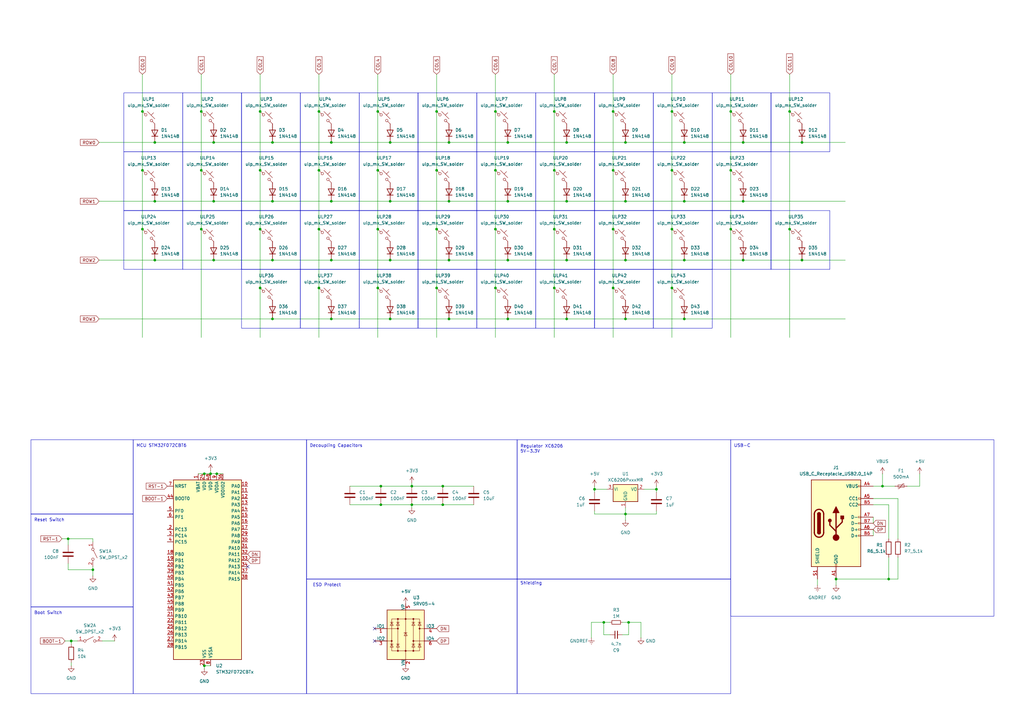
<source format=kicad_sch>
(kicad_sch (version 20250114) (generator "eeschema") (generator_version "9.0")
  (paper "A3")
  (title_block (title "Summerday"))
  (rectangle (start 99.06 62.23) (end 123.19 86.36))
  (rectangle (start 74.93 86.36) (end 99.06 110.49))
  (rectangle (start 123.19 62.23) (end 147.32 86.36))
  (rectangle (start 147.32 110.49) (end 171.45 134.62))
  (rectangle (start 99.06 110.49) (end 123.19 134.62))
  (rectangle (start 74.93 62.23) (end 99.06 86.36))
  (rectangle (start 243.84 38.1) (end 267.97 62.23))
  (rectangle (start 99.06 38.1) (end 123.19 62.23))
  (rectangle (start 292.1 38.1) (end 316.23 62.23))
  (rectangle (start 123.19 110.49) (end 147.32 134.62))
  (rectangle (start 316.23 86.36) (end 340.36 110.49))
  (rectangle (start 195.58 110.49) (end 219.71 134.62))
  (rectangle (start 219.71 38.1) (end 243.84 62.23))
  (rectangle (start 299.72 180.34) (end 407.67 252.73))
  (rectangle (start 74.93 38.1) (end 99.06 62.23))
  (rectangle (start 243.84 62.23) (end 267.97 86.36))
  (rectangle (start 50.8 86.36) (end 74.93 110.49))
  (rectangle (start 219.71 110.49) (end 243.84 134.62))
  (rectangle (start 243.84 86.36) (end 267.97 110.49))
  (rectangle (start 12.7 210.82) (end 54.61 248.92))
  (rectangle (start 171.45 62.23) (end 195.58 86.36))
  (rectangle (start 267.97 38.1) (end 292.1 62.23))
  (rectangle (start 125.73 180.34) (end 212.09 237.49))
  (rectangle (start 195.58 62.23) (end 219.71 86.36))
  (rectangle (start 12.7 180.34) (end 54.61 210.82))
  (rectangle (start 125.73 237.49) (end 212.09 284.48))
  (rectangle (start 99.06 86.36) (end 123.19 110.49))
  (rectangle (start 171.45 110.49) (end 195.58 134.62))
  (rectangle (start 12.7 248.92) (end 54.61 284.48))
  (rectangle (start 171.45 86.36) (end 195.58 110.49))
  (rectangle (start 243.84 110.49) (end 267.97 134.62))
  (rectangle (start 212.09 237.49) (end 299.72 284.48))
  (rectangle (start 292.1 86.36) (end 316.23 110.49))
  (rectangle (start 50.8 62.23) (end 74.93 86.36))
  (rectangle (start 219.71 62.23) (end 243.84 86.36))
  (rectangle (start 195.58 38.1) (end 219.71 62.23))
  (rectangle (start 316.23 38.1) (end 340.36 62.23))
  (rectangle (start 171.45 38.1) (end 195.58 62.23))
  (rectangle (start 219.71 86.36) (end 243.84 110.49))
  (rectangle (start 123.19 86.36) (end 147.32 110.49))
  (rectangle (start 212.09 180.34) (end 299.72 237.49))
  (rectangle (start 267.97 86.36) (end 292.1 110.49))
  (rectangle (start 267.97 62.23) (end 292.1 86.36))
  (rectangle (start 292.1 62.23) (end 316.23 86.36))
  (rectangle (start 147.32 38.1) (end 171.45 62.23))
  (rectangle (start 147.32 86.36) (end 171.45 110.49))
  (rectangle (start 50.8 38.1) (end 74.93 62.23))
  (rectangle (start 123.19 38.1) (end 147.32 62.23))
  (rectangle (start 267.97 110.49) (end 292.1 134.62))
  (rectangle (start 54.61 180.34) (end 125.73 284.48))
  (rectangle (start 195.58 86.36) (end 219.71 110.49))
  (rectangle (start 147.32 62.23) (end 171.45 86.36))
  (text "USB-C" (at 300.99 182.88 0) (effects (font (size 1.27 1.27)) (justify left)))
  (text "Reset Switch\n" (at 13.97 213.36 0) (effects (font (size 1.27 1.27)) (justify left)))
  (text "Decoupling Capacitors\n" (at 127 182.88 0) (effects (font (size 1.27 1.27)) (justify left)))
  (text "Regulator XC6206\n5V-3.3V\n" (at 213.36 184.15 0) (effects (font (size 1.27 1.27)) (justify left)))
  (text "Shielding\n" (at 213.36 240.03 0) (effects (font (size 1.27 1.27)) (justify left bottom)))
  (text "ESD Protect" (at 128.27 240.03 0) (effects (font (size 1.27 1.27)) (justify left)))
  (text "Boot Switch\n" (at 13.97 251.46 0) (effects (font (size 1.27 1.27)) (justify left)))
  (text "MCU STM32F072CBT6" (at 55.88 182.88 0) (effects (font (size 1.27 1.27)) (justify left)))
  (junction (at 275.59 45.72))
  (junction (at 181.61 207.01))
  (junction (at 86.36 194.31))
  (junction (at 58.42 69.85))
  (junction (at 154.94 69.85))
  (junction (at 38.1 233.68))
  (junction (at 181.61 199.39))
  (junction (at 179.07 45.72))
  (junction (at 247.65 255.27))
  (junction (at 184.15 82.55))
  (junction (at 208.28 130.81))
  (junction (at 243.84 200.66))
  (junction (at 208.28 106.68))
  (junction (at 342.9 237.49))
  (junction (at 232.41 130.81))
  (junction (at 106.68 45.72))
  (junction (at 251.46 45.72))
  (junction (at 208.28 82.55))
  (junction (at 227.33 45.72))
  (junction (at 256.54 82.55))
  (junction (at 156.21 207.01))
  (junction (at 179.07 69.85))
  (junction (at 323.85 45.72))
  (junction (at 184.15 130.81))
  (junction (at 299.72 93.98))
  (junction (at 203.2 45.72))
  (junction (at 280.67 130.81))
  (junction (at 184.15 58.42))
  (junction (at 299.72 69.85))
  (junction (at 227.33 69.85))
  (junction (at 203.2 93.98))
  (junction (at 160.02 82.55))
  (junction (at 251.46 118.11))
  (junction (at 364.49 237.49))
  (junction (at 256.54 130.81))
  (junction (at 82.55 93.98))
  (junction (at 130.81 93.98))
  (junction (at 63.5 82.55))
  (junction (at 328.93 106.68))
  (junction (at 83.82 194.31))
  (junction (at 299.72 45.72))
  (junction (at 168.91 207.01))
  (junction (at 227.33 118.11))
  (junction (at 203.2 118.11))
  (junction (at 256.54 106.68))
  (junction (at 168.91 199.39))
  (junction (at 63.5 106.68))
  (junction (at 232.41 82.55))
  (junction (at 130.81 45.72))
  (junction (at 275.59 93.98))
  (junction (at 280.67 82.55))
  (junction (at 135.89 58.42))
  (junction (at 275.59 69.85))
  (junction (at 87.63 82.55))
  (junction (at 82.55 45.72))
  (junction (at 156.21 199.39))
  (junction (at 275.59 118.11))
  (junction (at 160.02 58.42))
  (junction (at 58.42 93.98))
  (junction (at 232.41 58.42))
  (junction (at 87.63 106.68))
  (junction (at 280.67 106.68))
  (junction (at 63.5 58.42))
  (junction (at 154.94 93.98))
  (junction (at 203.2 69.85))
  (junction (at 87.63 58.42))
  (junction (at 269.24 200.66))
  (junction (at 361.95 199.39))
  (junction (at 256.54 58.42))
  (junction (at 179.07 118.11))
  (junction (at 106.68 93.98))
  (junction (at 160.02 106.68))
  (junction (at 256.54 210.82))
  (junction (at 82.55 69.85))
  (junction (at 154.94 45.72))
  (junction (at 130.81 69.85))
  (junction (at 106.68 69.85))
  (junction (at 111.76 130.81))
  (junction (at 184.15 106.68))
  (junction (at 88.9 194.31))
  (junction (at 58.42 45.72))
  (junction (at 29.21 262.89))
  (junction (at 304.8 106.68))
  (junction (at 111.76 106.68))
  (junction (at 111.76 82.55))
  (junction (at 111.76 58.42))
  (junction (at 135.89 106.68))
  (junction (at 106.68 118.11))
  (junction (at 304.8 58.42))
  (junction (at 280.67 58.42))
  (junction (at 179.07 93.98))
  (junction (at 251.46 69.85))
  (junction (at 208.28 58.42))
  (junction (at 232.41 106.68))
  (junction (at 323.85 93.98))
  (junction (at 27.94 220.98))
  (junction (at 135.89 130.81))
  (junction (at 83.82 273.05))
  (junction (at 328.93 58.42))
  (junction (at 257.81 255.27))
  (junction (at 130.81 118.11))
  (junction (at 160.02 130.81))
  (junction (at 304.8 82.55))
  (junction (at 227.33 93.98))
  (junction (at 135.89 82.55))
  (junction (at 154.94 118.11))
  (junction (at 251.46 93.98))
  (no_connect (at 153.67 262.89))
  (no_connect (at 101.6 232.41))
  (no_connect (at 153.67 257.81))
  (wire (pts (xy 38.1 220.98) (xy 38.1 222.25)))
  (wire (pts (xy 304.8 58.42) (xy 328.93 58.42)))
  (wire (pts (xy 328.93 106.68) (xy 346.71 106.68)))
  (wire (pts (xy 111.76 106.68) (xy 135.89 106.68)))
  (wire (pts (xy 232.41 130.81) (xy 256.54 130.81)))
  (wire (pts (xy 304.8 106.68) (xy 328.93 106.68)))
  (wire (pts (xy 275.59 69.85) (xy 275.59 93.98)))
  (wire (pts (xy 106.68 69.85) (xy 106.68 93.98)))
  (wire (pts (xy 81.28 194.31) (xy 83.82 194.31)))
  (wire (pts (xy 29.21 262.89) (xy 31.75 262.89)))
  (wire (pts (xy 143.51 207.01) (xy 156.21 207.01)))
  (wire (pts (xy 232.41 58.42) (xy 256.54 58.42)))
  (wire (pts (xy 361.95 194.31) (xy 361.95 199.39)))
  (wire (pts (xy 269.24 209.55) (xy 269.24 210.82)))
  (wire (pts (xy 111.76 58.42) (xy 135.89 58.42)))
  (wire (pts (xy 247.65 255.27) (xy 250.19 255.27)))
  (wire (pts (xy 299.72 45.72) (xy 299.72 69.85)))
  (wire (pts (xy 323.85 93.98) (xy 323.85 138.43)))
  (wire (pts (xy 106.68 93.98) (xy 106.68 118.11)))
  (wire (pts (xy 106.68 45.72) (xy 106.68 69.85)))
  (wire (pts (xy 304.8 82.55) (xy 346.71 82.55)))
  (wire (pts (xy 181.61 207.01) (xy 194.31 207.01)))
  (wire (pts (xy 87.63 58.42) (xy 111.76 58.42)))
  (wire (pts (xy 179.07 69.85) (xy 179.07 93.98)))
  (wire (pts (xy 58.42 93.98) (xy 58.42 138.43)))
  (wire (pts (xy 168.91 207.01) (xy 168.91 208.28)))
  (wire (pts (xy 342.9 237.49) (xy 364.49 237.49)))
  (wire (pts (xy 251.46 30.48) (xy 251.46 45.72)))
  (wire (pts (xy 257.81 255.27) (xy 257.81 260.35)))
  (wire (pts (xy 58.42 69.85) (xy 58.42 93.98)))
  (wire (pts (xy 82.55 45.72) (xy 82.55 69.85)))
  (wire (pts (xy 181.61 199.39) (xy 194.31 199.39)))
  (wire (pts (xy 156.21 207.01) (xy 168.91 207.01)))
  (wire (pts (xy 135.89 106.68) (xy 160.02 106.68)))
  (wire (pts (xy 275.59 118.11) (xy 275.59 138.43)))
  (wire (pts (xy 40.64 106.68) (xy 63.5 106.68)))
  (wire (pts (xy 40.64 58.42) (xy 63.5 58.42)))
  (wire (pts (xy 27.94 220.98) (xy 38.1 220.98)))
  (wire (pts (xy 358.14 199.39) (xy 361.95 199.39)))
  (wire (pts (xy 130.81 69.85) (xy 130.81 93.98)))
  (wire (pts (xy 130.81 93.98) (xy 130.81 118.11)))
  (wire (pts (xy 168.91 199.39) (xy 181.61 199.39)))
  (wire (pts (xy 275.59 93.98) (xy 275.59 118.11)))
  (wire (pts (xy 280.67 130.81) (xy 346.71 130.81)))
  (wire (pts (xy 154.94 118.11) (xy 154.94 138.43)))
  (wire (pts (xy 203.2 69.85) (xy 203.2 93.98)))
  (wire (pts (xy 208.28 58.42) (xy 232.41 58.42)))
  (wire (pts (xy 368.3 228.6) (xy 368.3 237.49)))
  (wire (pts (xy 130.81 30.48) (xy 130.81 45.72)))
  (wire (pts (xy 275.59 45.72) (xy 275.59 69.85)))
  (wire (pts (xy 156.21 199.39) (xy 168.91 199.39)))
  (wire (pts (xy 38.1 233.68) (xy 38.1 236.22)))
  (wire (pts (xy 256.54 208.28) (xy 256.54 210.82)))
  (wire (pts (xy 184.15 130.81) (xy 208.28 130.81)))
  (wire (pts (xy 251.46 45.72) (xy 251.46 69.85)))
  (wire (pts (xy 262.89 261.62) (xy 262.89 255.27)))
  (wire (pts (xy 256.54 106.68) (xy 280.67 106.68)))
  (wire (pts (xy 25.4 220.98) (xy 27.94 220.98)))
  (wire (pts (xy 154.94 93.98) (xy 154.94 118.11)))
  (wire (pts (xy 323.85 45.72) (xy 323.85 93.98)))
  (wire (pts (xy 227.33 69.85) (xy 227.33 93.98)))
  (wire (pts (xy 130.81 118.11) (xy 130.81 138.43)))
  (wire (pts (xy 184.15 106.68) (xy 208.28 106.68)))
  (wire (pts (xy 299.72 30.48) (xy 299.72 45.72)))
  (wire (pts (xy 227.33 45.72) (xy 227.33 69.85)))
  (wire (pts (xy 168.91 198.12) (xy 168.91 199.39)))
  (wire (pts (xy 63.5 82.55) (xy 87.63 82.55)))
  (wire (pts (xy 262.89 255.27) (xy 257.81 255.27)))
  (wire (pts (xy 135.89 82.55) (xy 160.02 82.55)))
  (wire (pts (xy 243.84 210.82) (xy 256.54 210.82)))
  (wire (pts (xy 227.33 118.11) (xy 227.33 138.43)))
  (wire (pts (xy 299.72 93.98) (xy 299.72 138.43)))
  (wire (pts (xy 358.14 217.17) (xy 358.14 219.71)))
  (wire (pts (xy 269.24 200.66) (xy 269.24 201.93)))
  (wire (pts (xy 248.92 200.66) (xy 243.84 200.66)))
  (wire (pts (xy 143.51 199.39) (xy 156.21 199.39)))
  (wire (pts (xy 256.54 210.82) (xy 269.24 210.82)))
  (wire (pts (xy 364.49 207.01) (xy 364.49 220.98)))
  (wire (pts (xy 160.02 82.55) (xy 184.15 82.55)))
  (wire (pts (xy 26.67 262.89) (xy 29.21 262.89)))
  (wire (pts (xy 168.91 207.01) (xy 181.61 207.01)))
  (wire (pts (xy 179.07 45.72) (xy 179.07 69.85)))
  (wire (pts (xy 208.28 130.81) (xy 232.41 130.81)))
  (wire (pts (xy 88.9 194.31) (xy 91.44 194.31)))
  (wire (pts (xy 203.2 118.11) (xy 203.2 138.43)))
  (wire (pts (xy 377.19 194.31) (xy 377.19 199.39)))
  (wire (pts (xy 243.84 199.39) (xy 243.84 200.66)))
  (wire (pts (xy 160.02 58.42) (xy 184.15 58.42)))
  (wire (pts (xy 247.65 255.27) (xy 247.65 260.35)))
  (wire (pts (xy 130.81 45.72) (xy 130.81 69.85)))
  (wire (pts (xy 179.07 118.11) (xy 179.07 138.43)))
  (wire (pts (xy 299.72 69.85) (xy 299.72 93.98)))
  (wire (pts (xy 257.81 255.27) (xy 255.27 255.27)))
  (wire (pts (xy 251.46 118.11) (xy 251.46 138.43)))
  (wire (pts (xy 83.82 194.31) (xy 86.36 194.31)))
  (wire (pts (xy 179.07 93.98) (xy 179.07 118.11)))
  (wire (pts (xy 364.49 228.6) (xy 364.49 237.49)))
  (wire (pts (xy 29.21 262.89) (xy 29.21 264.16)))
  (wire (pts (xy 358.14 212.09) (xy 358.14 214.63)))
  (wire (pts (xy 86.36 193.04) (xy 86.36 194.31)))
  (wire (pts (xy 256.54 210.82) (xy 256.54 213.36)))
  (wire (pts (xy 82.55 30.48) (xy 82.55 45.72)))
  (wire (pts (xy 82.55 93.98) (xy 82.55 138.43)))
  (wire (pts (xy 242.57 255.27) (xy 247.65 255.27)))
  (wire (pts (xy 280.67 58.42) (xy 304.8 58.42)))
  (wire (pts (xy 154.94 45.72) (xy 154.94 69.85)))
  (wire (pts (xy 358.14 204.47) (xy 368.3 204.47)))
  (wire (pts (xy 280.67 106.68) (xy 304.8 106.68)))
  (wire (pts (xy 227.33 30.48) (xy 227.33 45.72)))
  (wire (pts (xy 27.94 220.98) (xy 27.94 223.52)))
  (wire (pts (xy 328.93 58.42) (xy 346.71 58.42)))
  (wire (pts (xy 58.42 30.48) (xy 58.42 45.72)))
  (wire (pts (xy 86.36 194.31) (xy 88.9 194.31)))
  (wire (pts (xy 335.28 240.03) (xy 335.28 237.49)))
  (wire (pts (xy 27.94 231.14) (xy 27.94 233.68)))
  (wire (pts (xy 63.5 58.42) (xy 87.63 58.42)))
  (wire (pts (xy 227.33 93.98) (xy 227.33 118.11)))
  (wire (pts (xy 251.46 69.85) (xy 251.46 93.98)))
  (wire (pts (xy 160.02 106.68) (xy 184.15 106.68)))
  (wire (pts (xy 251.46 93.98) (xy 251.46 118.11)))
  (wire (pts (xy 135.89 58.42) (xy 160.02 58.42)))
  (wire (pts (xy 243.84 200.66) (xy 243.84 201.93)))
  (wire (pts (xy 135.89 130.81) (xy 160.02 130.81)))
  (wire (pts (xy 256.54 58.42) (xy 280.67 58.42)))
  (wire (pts (xy 111.76 82.55) (xy 135.89 82.55)))
  (wire (pts (xy 160.02 130.81) (xy 184.15 130.81)))
  (wire (pts (xy 247.65 260.35) (xy 250.19 260.35)))
  (wire (pts (xy 323.85 30.48) (xy 323.85 45.72)))
  (wire (pts (xy 358.14 207.01) (xy 364.49 207.01)))
  (wire (pts (xy 257.81 260.35) (xy 255.27 260.35)))
  (wire (pts (xy 38.1 233.68) (xy 38.1 232.41)))
  (wire (pts (xy 232.41 106.68) (xy 256.54 106.68)))
  (wire (pts (xy 29.21 271.78) (xy 29.21 273.05)))
  (wire (pts (xy 40.64 82.55) (xy 63.5 82.55)))
  (wire (pts (xy 179.07 30.48) (xy 179.07 45.72)))
  (wire (pts (xy 256.54 82.55) (xy 280.67 82.55)))
  (wire (pts (xy 208.28 82.55) (xy 232.41 82.55)))
  (wire (pts (xy 184.15 58.42) (xy 208.28 58.42)))
  (wire (pts (xy 208.28 106.68) (xy 232.41 106.68)))
  (wire (pts (xy 87.63 106.68) (xy 111.76 106.68)))
  (wire (pts (xy 83.82 273.05) (xy 86.36 273.05)))
  (wire (pts (xy 256.54 130.81) (xy 280.67 130.81)))
  (wire (pts (xy 242.57 261.62) (xy 242.57 255.27)))
  (wire (pts (xy 361.95 199.39) (xy 367.03 199.39)))
  (wire (pts (xy 342.9 240.03) (xy 342.9 237.49)))
  (wire (pts (xy 106.68 30.48) (xy 106.68 45.72)))
  (wire (pts (xy 58.42 45.72) (xy 58.42 69.85)))
  (wire (pts (xy 106.68 118.11) (xy 106.68 138.43)))
  (wire (pts (xy 203.2 93.98) (xy 203.2 118.11)))
  (wire (pts (xy 63.5 106.68) (xy 87.63 106.68)))
  (wire (pts (xy 368.3 204.47) (xy 368.3 220.98)))
  (wire (pts (xy 83.82 273.05) (xy 83.82 274.32)))
  (wire (pts (xy 154.94 69.85) (xy 154.94 93.98)))
  (wire (pts (xy 27.94 233.68) (xy 38.1 233.68)))
  (wire (pts (xy 40.64 130.81) (xy 111.76 130.81)))
  (wire (pts (xy 87.63 82.55) (xy 111.76 82.55)))
  (wire (pts (xy 232.41 82.55) (xy 256.54 82.55)))
  (wire (pts (xy 154.94 30.48) (xy 154.94 45.72)))
  (wire (pts (xy 264.16 200.66) (xy 269.24 200.66)))
  (wire (pts (xy 269.24 199.39) (xy 269.24 200.66)))
  (wire (pts (xy 111.76 130.81) (xy 135.89 130.81)))
  (wire (pts (xy 280.67 82.55) (xy 304.8 82.55)))
  (wire (pts (xy 364.49 237.49) (xy 368.3 237.49)))
  (wire (pts (xy 243.84 209.55) (xy 243.84 210.82)))
  (wire (pts (xy 184.15 82.55) (xy 208.28 82.55)))
  (wire (pts (xy 203.2 45.72) (xy 203.2 69.85)))
  (wire (pts (xy 372.11 199.39) (xy 377.19 199.39)))
  (wire (pts (xy 203.2 30.48) (xy 203.2 45.72)))
  (wire (pts (xy 41.91 262.89) (xy 46.99 262.89)))
  (wire (pts (xy 82.55 69.85) (xy 82.55 93.98)))
  (wire (pts (xy 275.59 30.48) (xy 275.59 45.72)))
  (global_label "COL0" (shape input) (at 58.42 30.48 90) (property "Intersheetrefs" "${INTERSHEET_REFS}" (effects (hide yes))))
  (global_label "COL10" (shape input) (at 299.72 30.48 90) (property "Intersheetrefs" "${INTERSHEET_REFS}" (effects (hide yes))))
  (global_label "RST-1" (shape input) (at 68.58 199.39 180) (property "Intersheetrefs" "${INTERSHEET_REFS}" (effects (hide yes))))
  (global_label "COL1" (shape input) (at 82.55 30.48 90) (property "Intersheetrefs" "${INTERSHEET_REFS}" (effects (hide yes))))
  (global_label "COL4" (shape input) (at 154.94 30.48 90) (property "Intersheetrefs" "${INTERSHEET_REFS}" (effects (hide yes))))
  (global_label "BOOT-1" (shape input) (at 68.58 204.47 180) (property "Intersheetrefs" "${INTERSHEET_REFS}" (effects (hide yes))))
  (global_label "RST-1" (shape input) (at 25.4 220.98 180) (property "Intersheetrefs" "${INTERSHEET_REFS}" (effects (hide yes))))
  (global_label "COL8" (shape input) (at 251.46 30.48 90) (property "Intersheetrefs" "${INTERSHEET_REFS}" (effects (hide yes))))
  (global_label "ROW1" (shape input) (at 40.64 82.55 180) (property "Intersheetrefs" "${INTERSHEET_REFS}" (effects (hide yes))))
  (global_label "COL5" (shape input) (at 179.07 30.48 90) (property "Intersheetrefs" "${INTERSHEET_REFS}" (effects (hide yes))))
  (global_label "ROW0" (shape input) (at 40.64 58.42 180) (property "Intersheetrefs" "${INTERSHEET_REFS}" (effects (hide yes))))
  (global_label "DP" (shape input) (at 358.14 217.17 0) (property "Intersheetrefs" "${INTERSHEET_REFS}" (effects (hide yes))))
  (global_label "COL2" (shape input) (at 106.68 30.48 90) (property "Intersheetrefs" "${INTERSHEET_REFS}" (effects (hide yes))))
  (global_label "ROW2" (shape input) (at 40.64 106.68 180) (property "Intersheetrefs" "${INTERSHEET_REFS}" (effects (hide yes))))
  (global_label "COL9" (shape input) (at 275.59 30.48 90) (property "Intersheetrefs" "${INTERSHEET_REFS}" (effects (hide yes))))
  (global_label "COL3" (shape input) (at 130.81 30.48 90) (property "Intersheetrefs" "${INTERSHEET_REFS}" (effects (hide yes))))
  (global_label "DN" (shape input) (at 358.14 214.63 0) (property "Intersheetrefs" "${INTERSHEET_REFS}" (effects (hide yes))))
  (global_label "DN" (shape input) (at 101.6 227.33 0) (property "Intersheetrefs" "${INTERSHEET_REFS}" (effects (hide yes))))
  (global_label "DP" (shape input) (at 101.6 229.87 0) (property "Intersheetrefs" "${INTERSHEET_REFS}" (effects (hide yes))))
  (global_label "ROW3" (shape input) (at 40.64 130.81 180) (property "Intersheetrefs" "${INTERSHEET_REFS}" (effects (hide yes))))
  (global_label "DN" (shape input) (at 179.07 257.81 0) (property "Intersheetrefs" "${INTERSHEET_REFS}" (effects (hide yes))))
  (global_label "BOOT-1" (shape input) (at 26.67 262.89 180) (property "Intersheetrefs" "${INTERSHEET_REFS}" (effects (hide yes))))
  (global_label "COL7" (shape input) (at 227.33 30.48 90) (property "Intersheetrefs" "${INTERSHEET_REFS}" (effects (hide yes))))
  (global_label "DP" (shape input) (at 179.07 262.89 0) (property "Intersheetrefs" "${INTERSHEET_REFS}" (effects (hide yes))))
  (global_label "COL6" (shape input) (at 203.2 30.48 90) (property "Intersheetrefs" "${INTERSHEET_REFS}" (effects (hide yes))))
  (global_label "COL11" (shape input) (at 323.85 30.48 90) (property "Intersheetrefs" "${INTERSHEET_REFS}" (effects (hide yes))))
  (symbol (lib_id "Device:D") (at 280.67 102.87 90) (unit 1)
    (property "Reference" "D33" (at 283.21 101.5999 90) (effects (justify right)))
    (property "Value" "1N4148" (at 283.21 104.1399 90) (effects (justify right)))
    (property "Footprint" "Diode_SMD:D_SOD-323" (effects (hide yes)))
    (property "Description" "Diode" (effects (hide yes)))
    (property "Sim.Device" "D" (effects (hide yes)))
    (property "Sim.Pins" "1=K 2=A" (effects (hide yes)))
  )
  (symbol (lib_id "Device:D") (at 232.41 127 90) (unit 1)
    (property "Reference" "D41" (at 234.95 125.7299 90) (effects (justify right)))
    (property "Value" "1N4148" (at 234.95 128.2699 90) (effects (justify right)))
    (property "Footprint" "Diode_SMD:D_SOD-323" (effects (hide yes)))
    (property "Description" "Diode" (effects (hide yes)))
    (property "Sim.Device" "D" (effects (hide yes)))
    (property "Sim.Pins" "1=K 2=A" (effects (hide yes)))
  )
  (symbol (lib_id "power:GND") (at 166.37 273.05 0) (unit 1)
    (property "Reference" "#PWR016" (effects (hide yes)))
    (property "Value" "GND" (at 166.37 278.13 0))
    (property "Description" "Power symbol creates a global label with name \"GND\" , ground" (effects (hide yes)))
  )
  (symbol (lib_id "Device:C") (at 143.51 203.2 0) (unit 1)
    (property "Reference" "C1" (at 147.32 201.9299 0) (effects (justify left)))
    (property "Value" "100nF" (at 147.32 204.4699 0) (effects (justify left)))
    (property "Footprint" "Capacitor_SMD:C_0402_1005Metric" (effects (hide yes)))
    (property "Description" "Unpolarized capacitor" (effects (hide yes)))
  )
  (symbol (lib_id "Device:D") (at 160.02 54.61 90) (unit 1)
    (property "Reference" "D5" (at 162.56 53.3399 90) (effects (justify right)))
    (property "Value" "1N4148" (at 162.56 55.8799 90) (effects (justify right)))
    (property "Footprint" "Diode_SMD:D_SOD-323" (effects (hide yes)))
    (property "Description" "Diode" (effects (hide yes)))
    (property "Sim.Device" "D" (effects (hide yes)))
    (property "Sim.Pins" "1=K 2=A" (effects (hide yes)))
  )
  (symbol (lib_id "Device:D") (at 63.5 54.61 90) (unit 1)
    (property "Reference" "D1" (at 66.04 53.3399 90) (effects (justify right)))
    (property "Value" "1N4148" (at 66.04 55.8799 90) (effects (justify right)))
    (property "Footprint" "Diode_SMD:D_SOD-323" (effects (hide yes)))
    (property "Description" "Diode" (effects (hide yes)))
    (property "Sim.Device" "D" (effects (hide yes)))
    (property "Sim.Pins" "1=K 2=A" (effects (hide yes)))
  )
  (symbol (lib_id "Device:D") (at 328.93 102.87 90) (unit 1)
    (property "Reference" "D35" (at 331.47 101.5999 90) (effects (justify right)))
    (property "Value" "1N4148" (at 331.47 104.1399 90) (effects (justify right)))
    (property "Footprint" "Diode_SMD:D_SOD-323" (effects (hide yes)))
    (property "Description" "Diode" (effects (hide yes)))
    (property "Sim.Device" "D" (effects (hide yes)))
    (property "Sim.Pins" "1=K 2=A" (effects (hide yes)))
  )
  (symbol (lib_id "MCU_ST_STM32F0:STM32F072CBTx") (at 83.82 234.95 0) (unit 1)
    (property "Reference" "U2" (at 88.5541 273.05 0) (effects (justify left)))
    (property "Value" "STM32F072CBTx" (at 88.5541 275.59 0) (effects (justify left)))
    (property "Footprint" "Package_QFP:LQFP-48_7x7mm_P0.5mm" (effects (hide yes)))
    (property "Datasheet" "https://www.st.com/resource/en/datasheet/stm32f072cb.pdf" (effects (hide yes)))
    (property "Description" "STMicroelectronics Arm Cortex-M0 MCU, 128KB flash, 16KB RAM, 48 MHz, 2.0-3.6V, 37 GPIO, LQFP48" (effects (hide yes)))
    (property "MPN" "C81720" (effects (hide yes)))
  )
  (symbol (lib_id "PCM_marbastlib-choc:choc_v1_SW_solder") (at 254 72.39 0) (unit 1)
    (property "Reference" "ULP21" (at 254 64.77 0))
    (property "Value" "ulp_mx_SW_solder" (at 254 67.31 0))
    (property "Footprint" "My-Fi Footprints:SW_MX_ULP_1u_Plate" (effects (hide yes)))
    (property "Description" "Push button switch, normally open, two pins, 45° tilted" (effects (hide yes)))
  )
  (symbol (lib_id "Device:C_Small") (at 252.73 260.35 90) (unit 1)
    (property "Reference" "C9" (at 252.73 266.7 90))
    (property "Value" "4.7n" (at 252.73 264.16 90))
    (property "Footprint" "Capacitor_SMD:C_0402_1005Metric" (effects (hide yes)))
  )
  (symbol (lib_id "Device:D") (at 256.54 54.61 90) (unit 1)
    (property "Reference" "D9" (at 259.08 53.3399 90) (effects (justify right)))
    (property "Value" "1N4148" (at 259.08 55.8799 90) (effects (justify right)))
    (property "Footprint" "Diode_SMD:D_SOD-323" (effects (hide yes)))
    (property "Description" "Diode" (effects (hide yes)))
    (property "Sim.Device" "D" (effects (hide yes)))
    (property "Sim.Pins" "1=K 2=A" (effects (hide yes)))
  )
  (symbol (lib_id "Device:D") (at 111.76 54.61 90) (unit 1)
    (property "Reference" "D3" (at 114.3 53.3399 90) (effects (justify right)))
    (property "Value" "1N4148" (at 114.3 55.8799 90) (effects (justify right)))
    (property "Footprint" "Diode_SMD:D_SOD-323" (effects (hide yes)))
    (property "Description" "Diode" (effects (hide yes)))
    (property "Sim.Device" "D" (effects (hide yes)))
    (property "Sim.Pins" "1=K 2=A" (effects (hide yes)))
  )
  (symbol (lib_id "Device:D") (at 256.54 127 90) (unit 1)
    (property "Reference" "D42" (at 259.08 125.7299 90) (effects (justify right)))
    (property "Value" "1N4148" (at 259.08 128.2699 90) (effects (justify right)))
    (property "Footprint" "Diode_SMD:D_SOD-323" (effects (hide yes)))
    (property "Description" "Diode" (effects (hide yes)))
    (property "Sim.Device" "D" (effects (hide yes)))
    (property "Sim.Pins" "1=K 2=A" (effects (hide yes)))
  )
  (symbol (lib_id "Device:D") (at 304.8 54.61 90) (unit 1)
    (property "Reference" "D11" (at 307.34 53.3399 90) (effects (justify right)))
    (property "Value" "1N4148" (at 307.34 55.8799 90) (effects (justify right)))
    (property "Footprint" "Diode_SMD:D_SOD-323" (effects (hide yes)))
    (property "Description" "Diode" (effects (hide yes)))
    (property "Sim.Device" "D" (effects (hide yes)))
    (property "Sim.Pins" "1=K 2=A" (effects (hide yes)))
  )
  (symbol (lib_id "power:GNDREF") (at 242.57 261.62 0) (unit 1)
    (property "Reference" "#PWR012" (effects (hide yes)))
    (property "Value" "GNDREF" (at 233.68 262.89 0) (effects (justify left)))
  )
  (symbol (lib_id "power:+5V") (at 166.37 247.65 0) (unit 1)
    (property "Reference" "#PWR011" (effects (hide yes)))
    (property "Value" "+5V" (at 166.37 242.57 0))
    (property "Description" "Power symbol creates a global label with name \"+5V\"" (effects (hide yes)))
  )
  (symbol (lib_id "Device:D") (at 184.15 54.61 90) (unit 1)
    (property "Reference" "D6" (at 186.69 53.3399 90) (effects (justify right)))
    (property "Value" "1N4148" (at 186.69 55.8799 90) (effects (justify right)))
    (property "Footprint" "Diode_SMD:D_SOD-323" (effects (hide yes)))
    (property "Description" "Diode" (effects (hide yes)))
    (property "Sim.Device" "D" (effects (hide yes)))
    (property "Sim.Pins" "1=K 2=A" (effects (hide yes)))
  )
  (symbol (lib_id "Device:R") (at 29.21 267.97 0) (unit 1)
    (property "Reference" "R4" (at 31.75 266.6999 0) (effects (justify left)))
    (property "Value" "10k" (at 31.75 269.2399 0) (effects (justify left)))
    (property "Footprint" "Resistor_SMD:R_0402_1005Metric" (effects (hide yes)))
    (property "Description" "Resistor" (effects (hide yes)))
  )
  (symbol (lib_id "PCM_marbastlib-choc:choc_v1_SW_solder") (at 205.74 120.65 0) (unit 1)
    (property "Reference" "ULP40" (at 205.74 113.03 0))
    (property "Value" "ulp_mx_SW_solder" (at 205.74 115.57 0))
    (property "Footprint" "My-Fi Footprints:SW_MX_ULP_1u_Plate" (effects (hide yes)))
    (property "Description" "Push button switch, normally open, two pins, 45° tilted" (effects (hide yes)))
  )
  (symbol (lib_id "power:GND") (at 29.21 273.05 0) (unit 1)
    (property "Reference" "#PWR015" (effects (hide yes)))
    (property "Value" "GND" (at 29.21 278.13 0))
    (property "Description" "Power symbol creates a global label with name \"GND\" , ground" (effects (hide yes)))
  )
  (symbol (lib_id "Device:D") (at 111.76 78.74 90) (unit 1)
    (property "Reference" "D15" (at 114.3 77.4699 90) (effects (justify right)))
    (property "Value" "1N4148" (at 114.3 80.0099 90) (effects (justify right)))
    (property "Footprint" "Diode_SMD:D_SOD-323" (effects (hide yes)))
    (property "Description" "Diode" (effects (hide yes)))
    (property "Sim.Device" "D" (effects (hide yes)))
    (property "Sim.Pins" "1=K 2=A" (effects (hide yes)))
  )
  (symbol (lib_id "PCM_marbastlib-choc:choc_v1_SW_solder") (at 229.87 120.65 0) (unit 1)
    (property "Reference" "ULP41" (at 229.87 113.03 0))
    (property "Value" "ulp_mx_SW_solder" (at 229.87 115.57 0))
    (property "Footprint" "My-Fi Footprints:SW_MX_ULP_1u_Plate" (effects (hide yes)))
    (property "Description" "Push button switch, normally open, two pins, 45° tilted" (effects (hide yes)))
  )
  (symbol (lib_id "Device:D") (at 160.02 78.74 90) (unit 1)
    (property "Reference" "D17" (at 162.56 77.4699 90) (effects (justify right)))
    (property "Value" "1N4148" (at 162.56 80.0099 90) (effects (justify right)))
    (property "Footprint" "Diode_SMD:D_SOD-323" (effects (hide yes)))
    (property "Description" "Diode" (effects (hide yes)))
    (property "Sim.Device" "D" (effects (hide yes)))
    (property "Sim.Pins" "1=K 2=A" (effects (hide yes)))
  )
  (symbol (lib_id "power:GND") (at 38.1 236.22 0) (unit 1)
    (property "Reference" "#PWR09" (effects (hide yes)))
    (property "Value" "GND" (at 38.1 241.3 0))
    (property "Description" "Power symbol creates a global label with name \"GND\" , ground" (effects (hide yes)))
  )
  (symbol (lib_id "Device:D") (at 160.02 127 90) (unit 1)
    (property "Reference" "D38" (at 162.56 125.7299 90) (effects (justify right)))
    (property "Value" "1N4148" (at 162.56 128.2699 90) (effects (justify right)))
    (property "Footprint" "Diode_SMD:D_SOD-323" (effects (hide yes)))
    (property "Description" "Diode" (effects (hide yes)))
    (property "Sim.Device" "D" (effects (hide yes)))
    (property "Sim.Pins" "1=K 2=A" (effects (hide yes)))
  )
  (symbol (lib_id "PCM_marbastlib-choc:choc_v1_SW_solder") (at 60.96 72.39 0) (unit 1)
    (property "Reference" "ULP13" (at 60.96 64.77 0))
    (property "Value" "ulp_mx_SW_solder" (at 60.96 67.31 0))
    (property "Footprint" "My-Fi Footprints:SW_MX_ULP_1u_Plate" (effects (hide yes)))
    (property "Description" "Push button switch, normally open, two pins, 45° tilted" (effects (hide yes)))
  )
  (symbol (lib_id "Power_Protection:SRV05-4") (at 166.37 260.35 0) (unit 1)
    (property "Reference" "U3" (at 169.3865 245.11 0) (effects (justify left)))
    (property "Value" "SRV05-4" (at 169.3865 247.65 0) (effects (justify left)))
    (property "Footprint" "Package_TO_SOT_SMD:SOT-23-6" (effects (hide yes)))
    (property "Datasheet" "http://www.onsemi.com/pub/Collateral/SRV05-4-D.PDF" (effects (hide yes)))
    (property "Description" "ESD Protection Diodes with Low Clamping Voltage, SOT-23-6" (effects (hide yes)))
    (property "MPN" "C7420376" (effects (hide yes)))
  )
  (symbol (lib_id "PCM_marbastlib-choc:choc_v1_SW_solder") (at 157.48 48.26 0) (unit 1)
    (property "Reference" "ULP5" (at 157.48 40.64 0))
    (property "Value" "ulp_mx_SW_solder" (at 157.48 43.18 0))
    (property "Footprint" "My-Fi Footprints:SW_MX_ULP_1u_Plate" (effects (hide yes)))
    (property "Description" "Push button switch, normally open, two pins, 45° tilted" (effects (hide yes)))
  )
  (symbol (lib_id "Switch:SW_DPST_x2") (at 38.1 227.33 270) (unit 1)
    (property "Reference" "SW1" (at 40.64 226.0599 90) (effects (justify left)))
    (property "Value" "SW_DPST_x2" (at 40.64 228.5999 90) (effects (justify left)))
    (property "Footprint" "Button_Switch_SMD:SW_Push_1P1T_XKB_TS-1187A" (effects (hide yes)))
    (property "Description" "Single Pole Single Throw (SPST) switch, separate symbol" (effects (hide yes)))
    (property "MPN" "C318884" (effects (hide yes)))
  )
  (symbol (lib_id "Device:D") (at 208.28 54.61 90) (unit 1)
    (property "Reference" "D7" (at 210.82 53.3399 90) (effects (justify right)))
    (property "Value" "1N4148" (at 210.82 55.8799 90) (effects (justify right)))
    (property "Footprint" "Diode_SMD:D_SOD-323" (effects (hide yes)))
    (property "Description" "Diode" (effects (hide yes)))
    (property "Sim.Device" "D" (effects (hide yes)))
    (property "Sim.Pins" "1=K 2=A" (effects (hide yes)))
  )
  (symbol (lib_id "power:+3V3") (at 269.24 199.39 0) (unit 1)
    (property "Reference" "#PWR06" (effects (hide yes)))
    (property "Value" "+3V3" (at 269.24 194.31 0))
    (property "Description" "Power symbol creates a global label with name \"+3V3\"" (effects (hide yes)))
  )
  (symbol (lib_id "power:GND") (at 168.91 208.28 0) (unit 1)
    (property "Reference" "#PWR07" (effects (hide yes)))
    (property "Value" "GND" (at 168.91 213.36 0))
    (property "Description" "Power symbol creates a global label with name \"GND\" , ground" (effects (hide yes)))
  )
  (symbol (lib_id "Device:C") (at 27.94 227.33 0) (mirror y) (unit 1)
    (property "Reference" "C8" (at 24.13 226.0599 0) (effects (justify left)))
    (property "Value" "100nF" (at 24.13 228.5999 0) (effects (justify left)))
    (property "Footprint" "Capacitor_SMD:C_0402_1005Metric" (effects (hide yes)))
    (property "Description" "Unpolarized capacitor" (effects (hide yes)))
  )
  (symbol (lib_id "PCM_marbastlib-choc:choc_v1_SW_solder") (at 254 48.26 0) (unit 1)
    (property "Reference" "ULP9" (at 254 40.64 0))
    (property "Value" "ulp_mx_SW_solder" (at 254 43.18 0))
    (property "Footprint" "My-Fi Footprints:SW_MX_ULP_1u_Plate" (effects (hide yes)))
    (property "Description" "Push button switch, normally open, two pins, 45° tilted" (effects (hide yes)))
  )
  (symbol (lib_id "PCM_marbastlib-choc:choc_v1_SW_solder") (at 326.39 96.52 0) (unit 1)
    (property "Reference" "ULP35" (at 326.39 88.9 0))
    (property "Value" "ulp_mx_SW_solder" (at 326.39 91.44 0))
    (property "Footprint" "My-Fi Footprints:SW_MX_ULP_1u_Plate" (effects (hide yes)))
    (property "Description" "Push button switch, normally open, two pins, 45° tilted" (effects (hide yes)))
  )
  (symbol (lib_id "PCM_marbastlib-choc:choc_v1_SW_solder") (at 229.87 72.39 0) (unit 1)
    (property "Reference" "ULP20" (at 229.87 64.77 0))
    (property "Value" "ulp_mx_SW_solder" (at 229.87 67.31 0))
    (property "Footprint" "My-Fi Footprints:SW_MX_ULP_1u_Plate" (effects (hide yes)))
    (property "Description" "Push button switch, normally open, two pins, 45° tilted" (effects (hide yes)))
  )
  (symbol (lib_id "PCM_marbastlib-choc:choc_v1_SW_solder") (at 157.48 72.39 0) (unit 1)
    (property "Reference" "ULP17" (at 157.48 64.77 0))
    (property "Value" "ulp_mx_SW_solder" (at 157.48 67.31 0))
    (property "Footprint" "My-Fi Footprints:SW_MX_ULP_1u_Plate" (effects (hide yes)))
    (property "Description" "Push button switch, normally open, two pins, 45° tilted" (effects (hide yes)))
  )
  (symbol (lib_id "PCM_marbastlib-choc:choc_v1_SW_solder") (at 326.39 48.26 0) (unit 1)
    (property "Reference" "ULP12" (at 326.39 40.64 0))
    (property "Value" "ulp_mx_SW_solder" (at 326.39 43.18 0))
    (property "Footprint" "My-Fi Footprints:SW_MX_ULP_1u_Plate" (effects (hide yes)))
    (property "Description" "Push button switch, normally open, two pins, 45° tilted" (effects (hide yes)))
  )
  (symbol (lib_id "power:GND") (at 83.82 274.32 0) (unit 1)
    (property "Reference" "#PWR017" (effects (hide yes)))
    (property "Value" "GND" (at 83.82 279.4 0))
    (property "Description" "Power symbol creates a global label with name \"GND\" , ground" (effects (hide yes)))
  )
  (symbol (lib_id "PCM_marbastlib-choc:choc_v1_SW_solder") (at 302.26 48.26 0) (unit 1)
    (property "Reference" "ULP11" (at 302.26 40.64 0))
    (property "Value" "ulp_mx_SW_solder" (at 302.26 43.18 0))
    (property "Footprint" "My-Fi Footprints:SW_MX_ULP_1u_Plate" (effects (hide yes)))
    (property "Description" "Push button switch, normally open, two pins, 45° tilted" (effects (hide yes)))
  )
  (symbol (lib_id "Device:Polyfuse_Small") (at 369.57 199.39 90) (unit 1)
    (property "Reference" "F1" (at 369.57 193.04 90))
    (property "Value" "500mA" (at 369.57 195.58 90))
    (property "Footprint" "Fuse:Fuse_1206_3216Metric" (effects (hide yes)))
    (property "LCSC" "C70076" (effects (hide yes)))
  )
  (symbol (lib_id "PCM_marbastlib-choc:choc_v1_SW_solder") (at 205.74 72.39 0) (unit 1)
    (property "Reference" "ULP19" (at 205.74 64.77 0))
    (property "Value" "ulp_mx_SW_solder" (at 205.74 67.31 0))
    (property "Footprint" "My-Fi Footprints:SW_MX_ULP_1u_Plate" (effects (hide yes)))
    (property "Description" "Push button switch, normally open, two pins, 45° tilted" (effects (hide yes)))
  )
  (symbol (lib_id "PCM_marbastlib-choc:choc_v1_SW_solder") (at 302.26 72.39 0) (unit 1)
    (property "Reference" "ULP23" (at 302.26 64.77 0))
    (property "Value" "ulp_mx_SW_solder" (at 302.26 67.31 0))
    (property "Footprint" "My-Fi Footprints:SW_MX_ULP_1u_Plate" (effects (hide yes)))
    (property "Description" "Push button switch, normally open, two pins, 45° tilted" (effects (hide yes)))
  )
  (symbol (lib_id "PCM_marbastlib-choc:choc_v1_SW_solder") (at 181.61 72.39 0) (unit 1)
    (property "Reference" "ULP18" (at 181.61 64.77 0))
    (property "Value" "ulp_mx_SW_solder" (at 181.61 67.31 0))
    (property "Footprint" "My-Fi Footprints:SW_MX_ULP_1u_Plate" (effects (hide yes)))
    (property "Description" "Push button switch, normally open, two pins, 45° tilted" (effects (hide yes)))
  )
  (symbol (lib_id "Device:D") (at 63.5 78.74 90) (unit 1)
    (property "Reference" "D13" (at 66.04 77.4699 90) (effects (justify right)))
    (property "Value" "1N4148" (at 66.04 80.0099 90) (effects (justify right)))
    (property "Footprint" "Diode_SMD:D_SOD-323" (effects (hide yes)))
    (property "Description" "Diode" (effects (hide yes)))
    (property "Sim.Device" "D" (effects (hide yes)))
    (property "Sim.Pins" "1=K 2=A" (effects (hide yes)))
  )
  (symbol (lib_id "Device:R") (at 364.49 224.79 0) (unit 1)
    (property "Reference" "R1" (at 359.41 223.52 0) (effects (justify left)))
    (property "Value" "R6_5.1k" (at 355.6 226.06 0) (effects (justify left)))
    (property "Footprint" "Resistor_SMD:R_0402_1005Metric" (effects (hide yes)))
    (property "Description" "Resistor" (effects (hide yes)))
  )
  (symbol (lib_id "Device:D") (at 87.63 78.74 90) (unit 1)
    (property "Reference" "D14" (at 90.17 77.4699 90) (effects (justify right)))
    (property "Value" "1N4148" (at 90.17 80.0099 90) (effects (justify right)))
    (property "Footprint" "Diode_SMD:D_SOD-323" (effects (hide yes)))
    (property "Description" "Diode" (effects (hide yes)))
    (property "Sim.Device" "D" (effects (hide yes)))
    (property "Sim.Pins" "1=K 2=A" (effects (hide yes)))
  )
  (symbol (lib_id "PCM_marbastlib-choc:choc_v1_SW_solder") (at 181.61 120.65 0) (unit 1)
    (property "Reference" "ULP39" (at 181.61 113.03 0))
    (property "Value" "ulp_mx_SW_solder" (at 181.61 115.57 0))
    (property "Footprint" "My-Fi Footprints:SW_MX_ULP_1u_Plate" (effects (hide yes)))
    (property "Description" "Push button switch, normally open, two pins, 45° tilted" (effects (hide yes)))
  )
  (symbol (lib_id "PCM_marbastlib-choc:choc_v1_SW_solder") (at 278.13 120.65 0) (unit 1)
    (property "Reference" "ULP43" (at 278.13 113.03 0))
    (property "Value" "ulp_mx_SW_solder" (at 278.13 115.57 0))
    (property "Footprint" "My-Fi Footprints:SW_MX_ULP_1u_Plate" (effects (hide yes)))
    (property "Description" "Push button switch, normally open, two pins, 45° tilted" (effects (hide yes)))
  )
  (symbol (lib_id "PCM_marbastlib-choc:choc_v1_SW_solder") (at 85.09 96.52 0) (unit 1)
    (property "Reference" "ULP25" (at 85.09 88.9 0))
    (property "Value" "ulp_mx_SW_solder" (at 85.09 91.44 0))
    (property "Footprint" "My-Fi Footprints:SW_MX_ULP_1u_Plate" (effects (hide yes)))
    (property "Description" "Push button switch, normally open, two pins, 45° tilted" (effects (hide yes)))
  )
  (symbol (lib_id "Device:D") (at 184.15 127 90) (unit 1)
    (property "Reference" "D39" (at 186.69 125.7299 90) (effects (justify right)))
    (property "Value" "1N4148" (at 186.69 128.2699 90) (effects (justify right)))
    (property "Footprint" "Diode_SMD:D_SOD-323" (effects (hide yes)))
    (property "Description" "Diode" (effects (hide yes)))
    (property "Sim.Device" "D" (effects (hide yes)))
    (property "Sim.Pins" "1=K 2=A" (effects (hide yes)))
  )
  (symbol (lib_id "Device:C") (at 181.61 203.2 0) (unit 1)
    (property "Reference" "C4" (at 185.42 201.9299 0) (effects (justify left)))
    (property "Value" "100nF" (at 185.42 204.4699 0) (effects (justify left)))
    (property "Footprint" "Capacitor_SMD:C_0402_1005Metric" (effects (hide yes)))
    (property "Description" "Unpolarized capacitor" (effects (hide yes)))
  )
  (symbol (lib_id "PCM_marbastlib-choc:choc_v1_SW_solder") (at 157.48 120.65 0) (unit 1)
    (property "Reference" "ULP38" (at 157.48 113.03 0))
    (property "Value" "ulp_mx_SW_solder" (at 157.48 115.57 0))
    (property "Footprint" "My-Fi Footprints:SW_MX_ULP_1u_Plate" (effects (hide yes)))
    (property "Description" "Push button switch, normally open, two pins, 45° tilted" (effects (hide yes)))
  )
  (symbol (lib_id "PCM_marbastlib-choc:choc_v1_SW_solder") (at 109.22 72.39 0) (unit 1)
    (property "Reference" "ULP15" (at 109.22 64.77 0))
    (property "Value" "ulp_mx_SW_solder" (at 109.22 67.31 0))
    (property "Footprint" "My-Fi Footprints:SW_MX_ULP_1u_Plate" (effects (hide yes)))
    (property "Description" "Push button switch, normally open, two pins, 45° tilted" (effects (hide yes)))
  )
  (symbol (lib_id "Device:D") (at 87.63 102.87 90) (unit 1)
    (property "Reference" "D25" (at 90.17 101.5999 90) (effects (justify right)))
    (property "Value" "1N4148" (at 90.17 104.1399 90) (effects (justify right)))
    (property "Footprint" "Diode_SMD:D_SOD-323" (effects (hide yes)))
    (property "Description" "Diode" (effects (hide yes)))
    (property "Sim.Device" "D" (effects (hide yes)))
    (property "Sim.Pins" "1=K 2=A" (effects (hide yes)))
  )
  (symbol (lib_id "PCM_marbastlib-choc:choc_v1_SW_solder") (at 133.35 48.26 0) (unit 1)
    (property "Reference" "ULP4" (at 133.35 40.64 0))
    (property "Value" "ulp_mx_SW_solder" (at 133.35 43.18 0))
    (property "Footprint" "My-Fi Footprints:SW_MX_ULP_1u_Plate" (effects (hide yes)))
    (property "Description" "Push button switch, normally open, two pins, 45° tilted" (effects (hide yes)))
  )
  (symbol (lib_id "PCM_marbastlib-choc:choc_v1_SW_solder") (at 133.35 120.65 0) (unit 1)
    (property "Reference" "ULP37" (at 133.35 113.03 0))
    (property "Value" "ulp_mx_SW_solder" (at 133.35 115.57 0))
    (property "Footprint" "My-Fi Footprints:SW_MX_ULP_1u_Plate" (effects (hide yes)))
    (property "Description" "Push button switch, normally open, two pins, 45° tilted" (effects (hide yes)))
  )
  (symbol (lib_id "Device:R_Small") (at 252.73 255.27 90) (unit 1)
    (property "Reference" "R3" (at 252.73 250.19 90))
    (property "Value" "1M" (at 252.73 252.73 90))
    (property "Footprint" "Resistor_SMD:R_0402_1005Metric" (effects (hide yes)))
  )
  (symbol (lib_id "PCM_marbastlib-choc:choc_v1_SW_solder") (at 181.61 96.52 0) (unit 1)
    (property "Reference" "ULP29" (at 181.61 88.9 0))
    (property "Value" "ulp_mx_SW_solder" (at 181.61 91.44 0))
    (property "Footprint" "My-Fi Footprints:SW_MX_ULP_1u_Plate" (effects (hide yes)))
    (property "Description" "Push button switch, normally open, two pins, 45° tilted" (effects (hide yes)))
  )
  (symbol (lib_id "PCM_marbastlib-choc:choc_v1_SW_solder") (at 254 96.52 0) (unit 1)
    (property "Reference" "ULP32" (at 254 88.9 0))
    (property "Value" "ulp_mx_SW_solder" (at 254 91.44 0))
    (property "Footprint" "My-Fi Footprints:SW_MX_ULP_1u_Plate" (effects (hide yes)))
    (property "Description" "Push button switch, normally open, two pins, 45° tilted" (effects (hide yes)))
  )
  (symbol (lib_id "PCM_marbastlib-choc:choc_v1_SW_solder") (at 205.74 96.52 0) (unit 1)
    (property "Reference" "ULP30" (at 205.74 88.9 0))
    (property "Value" "ulp_mx_SW_solder" (at 205.74 91.44 0))
    (property "Footprint" "My-Fi Footprints:SW_MX_ULP_1u_Plate" (effects (hide yes)))
    (property "Description" "Push button switch, normally open, two pins, 45° tilted" (effects (hide yes)))
  )
  (symbol (lib_id "power:+3V3") (at 168.91 198.12 0) (unit 1)
    (property "Reference" "#PWR04" (effects (hide yes)))
    (property "Value" "+3V3" (at 168.91 193.04 0))
    (property "Description" "Power symbol creates a global label with name \"+3V3\"" (effects (hide yes)))
  )
  (symbol (lib_id "Device:D") (at 232.41 102.87 90) (unit 1)
    (property "Reference" "D31" (at 234.95 101.5999 90) (effects (justify right)))
    (property "Value" "1N4148" (at 234.95 104.1399 90) (effects (justify right)))
    (property "Footprint" "Diode_SMD:D_SOD-323" (effects (hide yes)))
    (property "Description" "Diode" (effects (hide yes)))
    (property "Sim.Device" "D" (effects (hide yes)))
    (property "Sim.Pins" "1=K 2=A" (effects (hide yes)))
  )
  (symbol (lib_id "power:GND") (at 256.54 213.36 0) (unit 1)
    (property "Reference" "#PWR08" (effects (hide yes)))
    (property "Value" "GND" (at 256.54 218.44 0))
    (property "Description" "Power symbol creates a global label with name \"GND\" , ground" (effects (hide yes)))
  )
  (symbol (lib_id "PCM_marbastlib-choc:choc_v1_SW_solder") (at 278.13 48.26 0) (unit 1)
    (property "Reference" "ULP10" (at 278.13 40.64 0))
    (property "Value" "ulp_mx_SW_solder" (at 278.13 43.18 0))
    (property "Footprint" "My-Fi Footprints:SW_MX_ULP_1u_Plate" (effects (hide yes)))
    (property "Description" "Push button switch, normally open, two pins, 45° tilted" (effects (hide yes)))
  )
  (symbol (lib_id "Switch:SW_DPST_x2") (at 36.83 262.89 0) (unit 1)
    (property "Reference" "SW2" (at 36.83 256.54 0))
    (property "Value" "SW_DPST_x2" (at 36.83 259.08 0))
    (property "Footprint" "Button_Switch_SMD:SW_Push_1P1T_XKB_TS-1187A" (effects (hide yes)))
    (property "Description" "Single Pole Single Throw (SPST) switch, separate symbol" (effects (hide yes)))
    (property "MPN" "C318884" (effects (hide yes)))
  )
  (symbol (lib_id "Device:D") (at 232.41 78.74 90) (unit 1)
    (property "Reference" "D20" (at 234.95 77.4699 90) (effects (justify right)))
    (property "Value" "1N4148" (at 234.95 80.0099 90) (effects (justify right)))
    (property "Footprint" "Diode_SMD:D_SOD-323" (effects (hide yes)))
    (property "Description" "Diode" (effects (hide yes)))
    (property "Sim.Device" "D" (effects (hide yes)))
    (property "Sim.Pins" "1=K 2=A" (effects (hide yes)))
  )
  (symbol (lib_id "Device:D") (at 184.15 102.87 90) (unit 1)
    (property "Reference" "D29" (at 186.69 101.5999 90) (effects (justify right)))
    (property "Value" "1N4148" (at 186.69 104.1399 90) (effects (justify right)))
    (property "Footprint" "Diode_SMD:D_SOD-323" (effects (hide yes)))
    (property "Description" "Diode" (effects (hide yes)))
    (property "Sim.Device" "D" (effects (hide yes)))
    (property "Sim.Pins" "1=K 2=A" (effects (hide yes)))
  )
  (symbol (lib_id "Device:C") (at 156.21 203.2 0) (unit 1)
    (property "Reference" "C2" (at 160.02 201.9299 0) (effects (justify left)))
    (property "Value" "100nF" (at 160.02 204.4699 0) (effects (justify left)))
    (property "Footprint" "Capacitor_SMD:C_0402_1005Metric" (effects (hide yes)))
    (property "Description" "Unpolarized capacitor" (effects (hide yes)))
  )
  (symbol (lib_id "Device:D") (at 208.28 78.74 90) (unit 1)
    (property "Reference" "D19" (at 210.82 77.4699 90) (effects (justify right)))
    (property "Value" "1N4148" (at 210.82 80.0099 90) (effects (justify right)))
    (property "Footprint" "Diode_SMD:D_SOD-323" (effects (hide yes)))
    (property "Description" "Diode" (effects (hide yes)))
    (property "Sim.Device" "D" (effects (hide yes)))
    (property "Sim.Pins" "1=K 2=A" (effects (hide yes)))
  )
  (symbol (lib_id "Device:D") (at 135.89 54.61 90) (unit 1)
    (property "Reference" "D4" (at 138.43 53.3399 90) (effects (justify right)))
    (property "Value" "1N4148" (at 138.43 55.8799 90) (effects (justify right)))
    (property "Footprint" "Diode_SMD:D_SOD-323" (effects (hide yes)))
    (property "Description" "Diode" (effects (hide yes)))
    (property "Sim.Device" "D" (effects (hide yes)))
    (property "Sim.Pins" "1=K 2=A" (effects (hide yes)))
  )
  (symbol (lib_id "Connector:USB_C_Receptacle_USB2.0_14P") (at 342.9 214.63 0) (unit 1)
    (property "Reference" "J1" (at 342.9 191.77 0))
    (property "Value" "USB_C_Receptacle_USB2.0_14P" (at 342.9 194.31 0))
    (property "Footprint" "Connector_USB:USB_C_Receptacle_HRO_TYPE-C-31-M-12" (effects (hide yes)))
    (property "Datasheet" "https://www.usb.org/sites/default/files/documents/usb_type-c.zip" (effects (hide yes)))
    (property "Description" "USB 2.0-only 14P Type-C Receptacle connector" (effects (hide yes)))
    (property "MPN" "C2894897" (effects (hide yes)))
  )
  (symbol (lib_id "PCM_marbastlib-choc:choc_v1_SW_solder") (at 229.87 48.26 0) (unit 1)
    (property "Reference" "ULP8" (at 229.87 40.64 0))
    (property "Value" "ulp_mx_SW_solder" (at 229.87 43.18 0))
    (property "Footprint" "My-Fi Footprints:SW_MX_ULP_1u_Plate" (effects (hide yes)))
    (property "Description" "Push button switch, normally open, two pins, 45° tilted" (effects (hide yes)))
  )
  (symbol (lib_id "PCM_marbastlib-choc:choc_v1_SW_solder") (at 133.35 72.39 0) (unit 1)
    (property "Reference" "ULP16" (at 133.35 64.77 0))
    (property "Value" "ulp_mx_SW_solder" (at 133.35 67.31 0))
    (property "Footprint" "My-Fi Footprints:SW_MX_ULP_1u_Plate" (effects (hide yes)))
    (property "Description" "Push button switch, normally open, two pins, 45° tilted" (effects (hide yes)))
  )
  (symbol (lib_id "Device:D") (at 111.76 102.87 90) (unit 1)
    (property "Reference" "D26" (at 114.3 101.5999 90) (effects (justify right)))
    (property "Value" "1N4148" (at 114.3 104.1399 90) (effects (justify right)))
    (property "Footprint" "Diode_SMD:D_SOD-323" (effects (hide yes)))
    (property "Description" "Diode" (effects (hide yes)))
    (property "Sim.Device" "D" (effects (hide yes)))
    (property "Sim.Pins" "1=K 2=A" (effects (hide yes)))
  )
  (symbol (lib_id "Device:D") (at 135.89 78.74 90) (unit 1)
    (property "Reference" "D16" (at 138.43 77.4699 90) (effects (justify right)))
    (property "Value" "1N4148" (at 138.43 80.0099 90) (effects (justify right)))
    (property "Footprint" "Diode_SMD:D_SOD-323" (effects (hide yes)))
    (property "Description" "Diode" (effects (hide yes)))
    (property "Sim.Device" "D" (effects (hide yes)))
    (property "Sim.Pins" "1=K 2=A" (effects (hide yes)))
  )
  (symbol (lib_id "Device:D") (at 184.15 78.74 90) (unit 1)
    (property "Reference" "D18" (at 186.69 77.4699 90) (effects (justify right)))
    (property "Value" "1N4148" (at 186.69 80.0099 90) (effects (justify right)))
    (property "Footprint" "Diode_SMD:D_SOD-323" (effects (hide yes)))
    (property "Description" "Diode" (effects (hide yes)))
    (property "Sim.Device" "D" (effects (hide yes)))
    (property "Sim.Pins" "1=K 2=A" (effects (hide yes)))
  )
  (symbol (lib_id "power:GNDREF") (at 335.28 240.03 0) (unit 1)
    (property "Reference" "#PWR025" (effects (hide yes)))
    (property "Value" "GNDREF" (at 331.47 245.11 0) (effects (justify left)))
  )
  (symbol (lib_id "Device:D") (at 208.28 127 90) (unit 1)
    (property "Reference" "D40" (at 210.82 125.7299 90) (effects (justify right)))
    (property "Value" "1N4148" (at 210.82 128.2699 90) (effects (justify right)))
    (property "Footprint" "Diode_SMD:D_SOD-323" (effects (hide yes)))
    (property "Description" "Diode" (effects (hide yes)))
    (property "Sim.Device" "D" (effects (hide yes)))
    (property "Sim.Pins" "1=K 2=A" (effects (hide yes)))
  )
  (symbol (lib_id "Device:D") (at 63.5 102.87 90) (unit 1)
    (property "Reference" "D24" (at 66.04 101.5999 90) (effects (justify right)))
    (property "Value" "1N4148" (at 66.04 104.1399 90) (effects (justify right)))
    (property "Footprint" "Diode_SMD:D_SOD-323" (effects (hide yes)))
    (property "Description" "Diode" (effects (hide yes)))
    (property "Sim.Device" "D" (effects (hide yes)))
    (property "Sim.Pins" "1=K 2=A" (effects (hide yes)))
  )
  (symbol (lib_id "Device:C") (at 243.84 205.74 0) (mirror y) (unit 1)
    (property "Reference" "C6" (at 240.03 204.4699 0) (effects (justify left)))
    (property "Value" "1uF" (at 240.03 207.0099 0) (effects (justify left)))
    (property "Footprint" "Capacitor_SMD:C_0402_1005Metric" (effects (hide yes)))
    (property "Description" "Unpolarized capacitor" (effects (hide yes)))
  )
  (symbol (lib_id "PCM_marbastlib-choc:choc_v1_SW_solder") (at 60.96 48.26 0) (unit 1)
    (property "Reference" "ULP1" (at 60.96 40.64 0))
    (property "Value" "ulp_mx_SW_solder" (at 60.96 43.18 0))
    (property "Footprint" "My-Fi Footprints:SW_MX_ULP_1u_Plate" (effects (hide yes)))
    (property "Description" "Push button switch, normally open, two pins, 45° tilted" (effects (hide yes)))
  )
  (symbol (lib_id "Device:D") (at 280.67 78.74 90) (unit 1)
    (property "Reference" "D22" (at 283.21 77.4699 90) (effects (justify right)))
    (property "Value" "1N4148" (at 283.21 80.0099 90) (effects (justify right)))
    (property "Footprint" "Diode_SMD:D_SOD-323" (effects (hide yes)))
    (property "Description" "Diode" (effects (hide yes)))
    (property "Sim.Device" "D" (effects (hide yes)))
    (property "Sim.Pins" "1=K 2=A" (effects (hide yes)))
  )
  (symbol (lib_id "Device:C") (at 168.91 203.2 0) (unit 1)
    (property "Reference" "C3" (at 172.72 201.9299 0) (effects (justify left)))
    (property "Value" "100nF" (at 172.72 204.4699 0) (effects (justify left)))
    (property "Footprint" "Capacitor_SMD:C_0402_1005Metric" (effects (hide yes)))
    (property "Description" "Unpolarized capacitor" (effects (hide yes)))
  )
  (symbol (lib_id "Device:D") (at 280.67 127 90) (unit 1)
    (property "Reference" "D43" (at 283.21 125.7299 90) (effects (justify right)))
    (property "Value" "1N4148" (at 283.21 128.2699 90) (effects (justify right)))
    (property "Footprint" "Diode_SMD:D_SOD-323" (effects (hide yes)))
    (property "Description" "Diode" (effects (hide yes)))
    (property "Sim.Device" "D" (effects (hide yes)))
    (property "Sim.Pins" "1=K 2=A" (effects (hide yes)))
  )
  (symbol (lib_id "power:+3V3") (at 46.99 262.89 0) (unit 1)
    (property "Reference" "#PWR014" (effects (hide yes)))
    (property "Value" "+3V3" (at 46.99 257.81 0))
    (property "Description" "Power symbol creates a global label with name \"+3V3\"" (effects (hide yes)))
  )
  (symbol (lib_id "Device:C") (at 194.31 203.2 0) (unit 1)
    (property "Reference" "C5" (at 198.12 201.9299 0) (effects (justify left)))
    (property "Value" "10uF" (at 198.12 204.4699 0) (effects (justify left)))
    (property "Footprint" "Capacitor_SMD:C_0402_1005Metric" (effects (hide yes)))
    (property "Description" "Unpolarized capacitor" (effects (hide yes)))
  )
  (symbol (lib_id "power:GND") (at 342.9 240.03 0) (unit 1)
    (property "Reference" "#PWR010" (effects (hide yes)))
    (property "Value" "GND" (at 342.9 245.11 0))
    (property "Description" "Power symbol creates a global label with name \"GND\" , ground" (effects (hide yes)))
  )
  (symbol (lib_id "PCM_marbastlib-choc:choc_v1_SW_solder") (at 133.35 96.52 0) (unit 1)
    (property "Reference" "ULP27" (at 133.35 88.9 0))
    (property "Value" "ulp_mx_SW_solder" (at 133.35 91.44 0))
    (property "Footprint" "My-Fi Footprints:SW_MX_ULP_1u_Plate" (effects (hide yes)))
    (property "Description" "Push button switch, normally open, two pins, 45° tilted" (effects (hide yes)))
  )
  (symbol (lib_id "Device:D") (at 135.89 102.87 90) (unit 1)
    (property "Reference" "D27" (at 138.43 101.5999 90) (effects (justify right)))
    (property "Value" "1N4148" (at 138.43 104.1399 90) (effects (justify right)))
    (property "Footprint" "Diode_SMD:D_SOD-323" (effects (hide yes)))
    (property "Description" "Diode" (effects (hide yes)))
    (property "Sim.Device" "D" (effects (hide yes)))
    (property "Sim.Pins" "1=K 2=A" (effects (hide yes)))
  )
  (symbol (lib_id "Regulator_Linear:XC6206PxxxMR") (at 256.54 200.66 0) (unit 1)
    (property "Reference" "U1" (at 256.54 194.31 0))
    (property "Value" "XC6206PxxxMR" (at 256.54 196.85 0))
    (property "Footprint" "Package_TO_SOT_SMD:SOT-23-3" (effects (hide yes)))
    (property "Datasheet" "https://www.torexsemi.com/file/xc6206/XC6206.pdf" (effects (hide yes)))
    (property "Description" "Positive 60-250mA Low Dropout Regulator, Fixed Output, SOT-23" (effects (hide yes)))
    (property "MPN" "C5148692" (effects (hide yes)))
  )
  (symbol (lib_id "PCM_marbastlib-choc:choc_v1_SW_solder") (at 60.96 96.52 0) (unit 1)
    (property "Reference" "ULP24" (at 60.96 88.9 0))
    (property "Value" "ulp_mx_SW_solder" (at 60.96 91.44 0))
    (property "Footprint" "My-Fi Footprints:SW_MX_ULP_1u_Plate" (effects (hide yes)))
    (property "Description" "Push button switch, normally open, two pins, 45° tilted" (effects (hide yes)))
  )
  (symbol (lib_id "PCM_marbastlib-choc:choc_v1_SW_solder") (at 229.87 96.52 0) (unit 1)
    (property "Reference" "ULP31" (at 229.87 88.9 0))
    (property "Value" "ulp_mx_SW_solder" (at 229.87 91.44 0))
    (property "Footprint" "My-Fi Footprints:SW_MX_ULP_1u_Plate" (effects (hide yes)))
    (property "Description" "Push button switch, normally open, two pins, 45° tilted" (effects (hide yes)))
  )
  (symbol (lib_id "Device:D") (at 256.54 102.87 90) (unit 1)
    (property "Reference" "D32" (at 259.08 101.5999 90) (effects (justify right)))
    (property "Value" "1N4148" (at 259.08 104.1399 90) (effects (justify right)))
    (property "Footprint" "Diode_SMD:D_SOD-323" (effects (hide yes)))
    (property "Description" "Diode" (effects (hide yes)))
    (property "Sim.Device" "D" (effects (hide yes)))
    (property "Sim.Pins" "1=K 2=A" (effects (hide yes)))
  )
  (symbol (lib_id "Device:D") (at 208.28 102.87 90) (unit 1)
    (property "Reference" "D30" (at 210.82 101.5999 90) (effects (justify right)))
    (property "Value" "1N4148" (at 210.82 104.1399 90) (effects (justify right)))
    (property "Footprint" "Diode_SMD:D_SOD-323" (effects (hide yes)))
    (property "Description" "Diode" (effects (hide yes)))
    (property "Sim.Device" "D" (effects (hide yes)))
    (property "Sim.Pins" "1=K 2=A" (effects (hide yes)))
  )
  (symbol (lib_id "PCM_marbastlib-choc:choc_v1_SW_solder") (at 109.22 96.52 0) (unit 1)
    (property "Reference" "ULP26" (at 109.22 88.9 0))
    (property "Value" "ulp_mx_SW_solder" (at 109.22 91.44 0))
    (property "Footprint" "My-Fi Footprints:SW_MX_ULP_1u_Plate" (effects (hide yes)))
    (property "Description" "Push button switch, normally open, two pins, 45° tilted" (effects (hide yes)))
  )
  (symbol (lib_id "Device:D") (at 135.89 127 90) (unit 1)
    (property "Reference" "D37" (at 138.43 125.7299 90) (effects (justify right)))
    (property "Value" "1N4148" (at 138.43 128.2699 90) (effects (justify right)))
    (property "Footprint" "Diode_SMD:D_SOD-323" (effects (hide yes)))
    (property "Description" "Diode" (effects (hide yes)))
    (property "Sim.Device" "D" (effects (hide yes)))
    (property "Sim.Pins" "1=K 2=A" (effects (hide yes)))
  )
  (symbol (lib_id "Device:D") (at 111.76 127 90) (unit 1)
    (property "Reference" "D36" (at 114.3 125.7299 90) (effects (justify right)))
    (property "Value" "1N4148" (at 114.3 128.2699 90) (effects (justify right)))
    (property "Footprint" "Diode_SMD:D_SOD-323" (effects (hide yes)))
    (property "Description" "Diode" (effects (hide yes)))
    (property "Sim.Device" "D" (effects (hide yes)))
    (property "Sim.Pins" "1=K 2=A" (effects (hide yes)))
  )
  (symbol (lib_id "power:+5V") (at 243.84 199.39 0) (unit 1)
    (property "Reference" "#PWR05" (effects (hide yes)))
    (property "Value" "+5V" (at 243.84 194.31 0))
    (property "Description" "Power symbol creates a global label with name \"+5V\"" (effects (hide yes)))
  )
  (symbol (lib_id "PCM_marbastlib-choc:choc_v1_SW_solder") (at 85.09 72.39 0) (unit 1)
    (property "Reference" "ULP14" (at 85.09 64.77 0))
    (property "Value" "ulp_mx_SW_solder" (at 85.09 67.31 0))
    (property "Footprint" "My-Fi Footprints:SW_MX_ULP_1u_Plate" (effects (hide yes)))
    (property "Description" "Push button switch, normally open, two pins, 45° tilted" (effects (hide yes)))
  )
  (symbol (lib_id "Device:D") (at 304.8 102.87 90) (unit 1)
    (property "Reference" "D34" (at 307.34 101.5999 90) (effects (justify right)))
    (property "Value" "1N4148" (at 307.34 104.1399 90) (effects (justify right)))
    (property "Footprint" "Diode_SMD:D_SOD-323" (effects (hide yes)))
    (property "Description" "Diode" (effects (hide yes)))
    (property "Sim.Device" "D" (effects (hide yes)))
    (property "Sim.Pins" "1=K 2=A" (effects (hide yes)))
  )
  (symbol (lib_id "PCM_marbastlib-choc:choc_v1_SW_solder") (at 205.74 48.26 0) (unit 1)
    (property "Reference" "ULP7" (at 205.74 40.64 0))
    (property "Value" "ulp_mx_SW_solder" (at 205.74 43.18 0))
    (property "Footprint" "My-Fi Footprints:SW_MX_ULP_1u_Plate" (effects (hide yes)))
    (property "Description" "Push button switch, normally open, two pins, 45° tilted" (effects (hide yes)))
  )
  (symbol (lib_id "Device:D") (at 328.93 54.61 90) (unit 1)
    (property "Reference" "D12" (at 331.47 53.3399 90) (effects (justify right)))
    (property "Value" "1N4148" (at 331.47 55.8799 90) (effects (justify right)))
    (property "Footprint" "Diode_SMD:D_SOD-323" (effects (hide yes)))
    (property "Description" "Diode" (effects (hide yes)))
    (property "Sim.Device" "D" (effects (hide yes)))
    (property "Sim.Pins" "1=K 2=A" (effects (hide yes)))
  )
  (symbol (lib_id "power:+5V") (at 377.19 194.31 0) (unit 1)
    (property "Reference" "#PWR03" (effects (hide yes)))
    (property "Value" "+5V" (at 377.19 189.23 0))
    (property "Description" "Power symbol creates a global label with name \"+5V\"" (effects (hide yes)))
  )
  (symbol (lib_id "Device:D") (at 160.02 102.87 90) (unit 1)
    (property "Reference" "D28" (at 162.56 101.5999 90) (effects (justify right)))
    (property "Value" "1N4148" (at 162.56 104.1399 90) (effects (justify right)))
    (property "Footprint" "Diode_SMD:D_SOD-323" (effects (hide yes)))
    (property "Description" "Diode" (effects (hide yes)))
    (property "Sim.Device" "D" (effects (hide yes)))
    (property "Sim.Pins" "1=K 2=A" (effects (hide yes)))
  )
  (symbol (lib_id "PCM_marbastlib-choc:choc_v1_SW_solder") (at 302.26 96.52 0) (unit 1)
    (property "Reference" "ULP34" (at 302.26 88.9 0))
    (property "Value" "ulp_mx_SW_solder" (at 302.26 91.44 0))
    (property "Footprint" "My-Fi Footprints:SW_MX_ULP_1u_Plate" (effects (hide yes)))
    (property "Description" "Push button switch, normally open, two pins, 45° tilted" (effects (hide yes)))
  )
  (symbol (lib_id "power:VBUS") (at 361.95 194.31 0) (unit 1)
    (property "Reference" "#PWR02" (effects (hide yes)))
    (property "Value" "VBUS" (at 361.95 189.23 0))
    (property "Description" "Power symbol creates a global label with name \"VBUS\"" (effects (hide yes)))
  )
  (symbol (lib_id "Device:D") (at 256.54 78.74 90) (unit 1)
    (property "Reference" "D21" (at 259.08 77.4699 90) (effects (justify right)))
    (property "Value" "1N4148" (at 259.08 80.0099 90) (effects (justify right)))
    (property "Footprint" "Diode_SMD:D_SOD-323" (effects (hide yes)))
    (property "Description" "Diode" (effects (hide yes)))
    (property "Sim.Device" "D" (effects (hide yes)))
    (property "Sim.Pins" "1=K 2=A" (effects (hide yes)))
  )
  (symbol (lib_id "Device:D") (at 87.63 54.61 90) (unit 1)
    (property "Reference" "D2" (at 90.17 53.3399 90) (effects (justify right)))
    (property "Value" "1N4148" (at 90.17 55.8799 90) (effects (justify right)))
    (property "Footprint" "Diode_SMD:D_SOD-323" (effects (hide yes)))
    (property "Description" "Diode" (effects (hide yes)))
    (property "Sim.Device" "D" (effects (hide yes)))
    (property "Sim.Pins" "1=K 2=A" (effects (hide yes)))
  )
  (symbol (lib_id "PCM_marbastlib-choc:choc_v1_SW_solder") (at 254 120.65 0) (unit 1)
    (property "Reference" "ULP42" (at 254 113.03 0))
    (property "Value" "ulp_mx_SW_solder" (at 254 115.57 0))
    (property "Footprint" "My-Fi Footprints:SW_MX_ULP_1u_Plate" (effects (hide yes)))
    (property "Description" "Push button switch, normally open, two pins, 45° tilted" (effects (hide yes)))
  )
  (symbol (lib_id "PCM_marbastlib-choc:choc_v1_SW_solder") (at 181.61 48.26 0) (unit 1)
    (property "Reference" "ULP6" (at 181.61 40.64 0))
    (property "Value" "ulp_mx_SW_solder" (at 181.61 43.18 0))
    (property "Footprint" "My-Fi Footprints:SW_MX_ULP_1u_Plate" (effects (hide yes)))
    (property "Description" "Push button switch, normally open, two pins, 45° tilted" (effects (hide yes)))
  )
  (symbol (lib_id "power:GND") (at 262.89 261.62 0) (unit 1)
    (property "Reference" "#PWR013" (effects (hide yes)))
    (property "Value" "GND" (at 264.795 262.8899 0) (effects (justify left)))
  )
  (symbol (lib_id "PCM_marbastlib-choc:choc_v1_SW_solder") (at 109.22 48.26 0) (unit 1)
    (property "Reference" "ULP3" (at 109.22 40.64 0))
    (property "Value" "ulp_mx_SW_solder" (at 109.22 43.18 0))
    (property "Footprint" "My-Fi Footprints:SW_MX_ULP_1u_Plate" (effects (hide yes)))
    (property "Description" "Push button switch, normally open, two pins, 45° tilted" (effects (hide yes)))
  )
  (symbol (lib_id "PCM_marbastlib-choc:choc_v1_SW_solder") (at 109.22 120.65 0) (unit 1)
    (property "Reference" "ULP36" (at 109.22 113.03 0))
    (property "Value" "ulp_mx_SW_solder" (at 109.22 115.57 0))
    (property "Footprint" "My-Fi Footprints:SW_MX_ULP_1u_Plate" (effects (hide yes)))
    (property "Description" "Push button switch, normally open, two pins, 45° tilted" (effects (hide yes)))
  )
  (symbol (lib_id "PCM_marbastlib-choc:choc_v1_SW_solder") (at 278.13 72.39 0) (unit 1)
    (property "Reference" "ULP22" (at 278.13 64.77 0))
    (property "Value" "ulp_mx_SW_solder" (at 278.13 67.31 0))
    (property "Footprint" "My-Fi Footprints:SW_MX_ULP_1u_Plate" (effects (hide yes)))
    (property "Description" "Push button switch, normally open, two pins, 45° tilted" (effects (hide yes)))
  )
  (symbol (lib_id "Device:D") (at 232.41 54.61 90) (unit 1)
    (property "Reference" "D8" (at 234.95 53.3399 90) (effects (justify right)))
    (property "Value" "1N4148" (at 234.95 55.8799 90) (effects (justify right)))
    (property "Footprint" "Diode_SMD:D_SOD-323" (effects (hide yes)))
    (property "Description" "Diode" (effects (hide yes)))
    (property "Sim.Device" "D" (effects (hide yes)))
    (property "Sim.Pins" "1=K 2=A" (effects (hide yes)))
  )
  (symbol (lib_id "PCM_marbastlib-choc:choc_v1_SW_solder") (at 157.48 96.52 0) (unit 1)
    (property "Reference" "ULP28" (at 157.48 88.9 0))
    (property "Value" "ulp_mx_SW_solder" (at 157.48 91.44 0))
    (property "Footprint" "My-Fi Footprints:SW_MX_ULP_1u_Plate" (effects (hide yes)))
    (property "Description" "Push button switch, normally open, two pins, 45° tilted" (effects (hide yes)))
  )
  (symbol (lib_id "PCM_marbastlib-choc:choc_v1_SW_solder") (at 278.13 96.52 0) (unit 1)
    (property "Reference" "ULP33" (at 278.13 88.9 0))
    (property "Value" "ulp_mx_SW_solder" (at 278.13 91.44 0))
    (property "Footprint" "My-Fi Footprints:SW_MX_ULP_1u_Plate" (effects (hide yes)))
    (property "Description" "Push button switch, normally open, two pins, 45° tilted" (effects (hide yes)))
  )
  (symbol (lib_id "PCM_marbastlib-choc:choc_v1_SW_solder") (at 85.09 48.26 0) (unit 1)
    (property "Reference" "ULP2" (at 85.09 40.64 0))
    (property "Value" "ulp_mx_SW_solder" (at 85.09 43.18 0))
    (property "Footprint" "My-Fi Footprints:SW_MX_ULP_1u_Plate" (effects (hide yes)))
    (property "Description" "Push button switch, normally open, two pins, 45° tilted" (effects (hide yes)))
  )
  (symbol (lib_id "power:+3V3") (at 86.36 193.04 0) (unit 1)
    (property "Reference" "#PWR01" (effects (hide yes)))
    (property "Value" "+3V3" (at 86.36 187.96 0))
    (property "Description" "Power symbol creates a global label with name \"+3V3\"" (effects (hide yes)))
  )
  (symbol (lib_id "Device:C") (at 269.24 205.74 0) (unit 1)
    (property "Reference" "C7" (at 273.05 204.4699 0) (effects (justify left)))
    (property "Value" "1uF" (at 273.05 207.0099 0) (effects (justify left)))
    (property "Footprint" "Capacitor_SMD:C_0402_1005Metric" (effects (hide yes)))
    (property "Description" "Unpolarized capacitor" (effects (hide yes)))
  )
  (symbol (lib_id "Device:R") (at 368.3 224.79 0) (unit 1)
    (property "Reference" "R2" (at 370.84 223.52 0) (effects (justify left)))
    (property "Value" "R7_5.1k" (at 370.84 226.06 0) (effects (justify left)))
    (property "Footprint" "Resistor_SMD:R_0402_1005Metric" (effects (hide yes)))
    (property "Description" "Resistor" (effects (hide yes)))
  )
  (symbol (lib_id "Device:D") (at 304.8 78.74 90) (unit 1)
    (property "Reference" "D23" (at 307.34 77.4699 90) (effects (justify right)))
    (property "Value" "1N4148" (at 307.34 80.0099 90) (effects (justify right)))
    (property "Footprint" "Diode_SMD:D_SOD-323" (effects (hide yes)))
    (property "Description" "Diode" (effects (hide yes)))
    (property "Sim.Device" "D" (effects (hide yes)))
    (property "Sim.Pins" "1=K 2=A" (effects (hide yes)))
  )
  (symbol (lib_id "Device:D") (at 280.67 54.61 90) (unit 1)
    (property "Reference" "D10" (at 283.21 53.3399 90) (effects (justify right)))
    (property "Value" "1N4148" (at 283.21 55.8799 90) (effects (justify right)))
    (property "Footprint" "Diode_SMD:D_SOD-323" (effects (hide yes)))
    (property "Description" "Diode" (effects (hide yes)))
    (property "Sim.Device" "D" (effects (hide yes)))
    (property "Sim.Pins" "1=K 2=A" (effects (hide yes)))
  )
)
</source>
